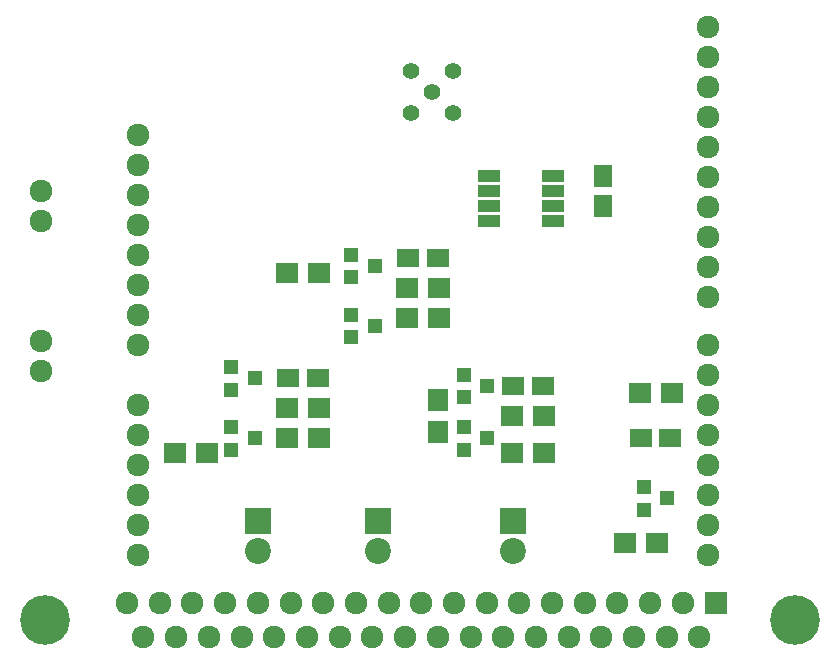
<source format=gts>
G04 #@! TF.FileFunction,Soldermask,Top*
%FSLAX46Y46*%
G04 Gerber Fmt 4.6, Leading zero omitted, Abs format (unit mm)*
G04 Created by KiCad (PCBNEW 4.0.7) date 10/31/17 21:38:08*
%MOMM*%
%LPD*%
G01*
G04 APERTURE LIST*
%ADD10C,0.100000*%
%ADD11R,1.650000X1.900000*%
%ADD12R,1.900000X1.650000*%
%ADD13R,1.920000X1.920000*%
%ADD14C,1.920000*%
%ADD15C,4.210000*%
%ADD16R,1.900000X1.700000*%
%ADD17R,1.700000X1.900000*%
%ADD18C,1.924000*%
%ADD19R,1.950000X1.000000*%
%ADD20C,1.400000*%
%ADD21R,1.300000X1.200000*%
%ADD22R,2.200000X2.200000*%
%ADD23C,2.200000*%
G04 APERTURE END LIST*
D10*
D11*
X192405000Y-93325000D03*
X192405000Y-90825000D03*
D12*
X187305000Y-108585000D03*
X184805000Y-108585000D03*
X175915000Y-97790000D03*
X178415000Y-97790000D03*
X165755000Y-107950000D03*
X168255000Y-107950000D03*
X198100000Y-113030000D03*
X195600000Y-113030000D03*
D13*
X201930000Y-127000000D03*
D14*
X199160000Y-127000000D03*
X196390000Y-127000000D03*
X193620000Y-127000000D03*
X190860000Y-127000000D03*
X188090000Y-127000000D03*
X185320000Y-127000000D03*
X182550000Y-127000000D03*
X179780000Y-127000000D03*
D15*
X208640000Y-128420000D03*
X145140000Y-128420000D03*
D14*
X177010000Y-127000000D03*
X174240000Y-127000000D03*
X171480000Y-127000000D03*
X168710000Y-127000000D03*
X165940000Y-127000000D03*
X163170000Y-127000000D03*
X160400000Y-127000000D03*
X157630000Y-127000000D03*
X154860000Y-127000000D03*
X152100000Y-127000000D03*
X200560000Y-129840000D03*
X197790000Y-129840000D03*
X195020000Y-129840000D03*
X192250000Y-129840000D03*
X189480000Y-129840000D03*
X186720000Y-129840000D03*
X183950000Y-129840000D03*
X181180000Y-129840000D03*
X178410000Y-129840000D03*
X175640000Y-129840000D03*
X172870000Y-129840000D03*
X170100000Y-129840000D03*
X167340000Y-129840000D03*
X164570000Y-129840000D03*
X161800000Y-129840000D03*
X159030000Y-129840000D03*
X156260000Y-129840000D03*
X153490000Y-129840000D03*
D16*
X184705000Y-111125000D03*
X187405000Y-111125000D03*
X184705000Y-114300000D03*
X187405000Y-114300000D03*
D17*
X178435000Y-112475000D03*
X178435000Y-109775000D03*
D16*
X175815000Y-102870000D03*
X178515000Y-102870000D03*
X175815000Y-100330000D03*
X178515000Y-100330000D03*
X165655000Y-99060000D03*
X168355000Y-99060000D03*
X165655000Y-113030000D03*
X168355000Y-113030000D03*
X165655000Y-110490000D03*
X168355000Y-110490000D03*
X156130000Y-114300000D03*
X158830000Y-114300000D03*
X194230000Y-121920000D03*
X196930000Y-121920000D03*
X198200000Y-109220000D03*
X195500000Y-109220000D03*
D18*
X153042000Y-87335000D03*
X153042000Y-89875000D03*
X153042000Y-92415000D03*
X153042000Y-94955000D03*
X153042000Y-97495000D03*
X153042000Y-100035000D03*
X153042000Y-102575000D03*
X153042000Y-105115000D03*
X153042000Y-110195000D03*
X201302000Y-105115000D03*
X153042000Y-112735000D03*
X153042000Y-115275000D03*
X153042000Y-117815000D03*
X153042000Y-120355000D03*
X153042000Y-122895000D03*
X201302000Y-78195000D03*
X201302000Y-80735000D03*
X201302000Y-83275000D03*
X201302000Y-85815000D03*
X201302000Y-88355000D03*
X201302000Y-90895000D03*
X201302000Y-93435000D03*
X201302000Y-95975000D03*
X201302000Y-98515000D03*
X201302000Y-101055000D03*
X201302000Y-107655000D03*
X201302000Y-110195000D03*
X201302000Y-112735000D03*
X201302000Y-115275000D03*
X201302000Y-117815000D03*
X201302000Y-120355000D03*
X201302000Y-122895000D03*
D19*
X188120000Y-94615000D03*
X188120000Y-93345000D03*
X188120000Y-92075000D03*
X188120000Y-90805000D03*
X182720000Y-90805000D03*
X182720000Y-92075000D03*
X182720000Y-93345000D03*
X182720000Y-94615000D03*
D20*
X179705000Y-81915000D03*
X176165000Y-81915000D03*
X179705000Y-85455000D03*
X176165000Y-85455000D03*
X177935000Y-83685000D03*
D21*
X180610000Y-112080000D03*
X180610000Y-113980000D03*
X182610000Y-113030000D03*
X171085000Y-102555000D03*
X171085000Y-104455000D03*
X173085000Y-103505000D03*
X160925000Y-107000000D03*
X160925000Y-108900000D03*
X162925000Y-107950000D03*
X180610000Y-107635000D03*
X180610000Y-109535000D03*
X182610000Y-108585000D03*
X171085000Y-97475000D03*
X171085000Y-99375000D03*
X173085000Y-98425000D03*
X160925000Y-112080000D03*
X160925000Y-113980000D03*
X162925000Y-113030000D03*
D18*
X144780000Y-107315000D03*
X144780000Y-104775000D03*
X144780000Y-94615000D03*
X144780000Y-92075000D03*
D21*
X195850000Y-117160000D03*
X195850000Y-119060000D03*
X197850000Y-118110000D03*
D22*
X184785000Y-120015000D03*
D23*
X184785000Y-122555000D03*
D22*
X173355000Y-120015000D03*
D23*
X173355000Y-122555000D03*
D22*
X163195000Y-120015000D03*
D23*
X163195000Y-122555000D03*
M02*

</source>
